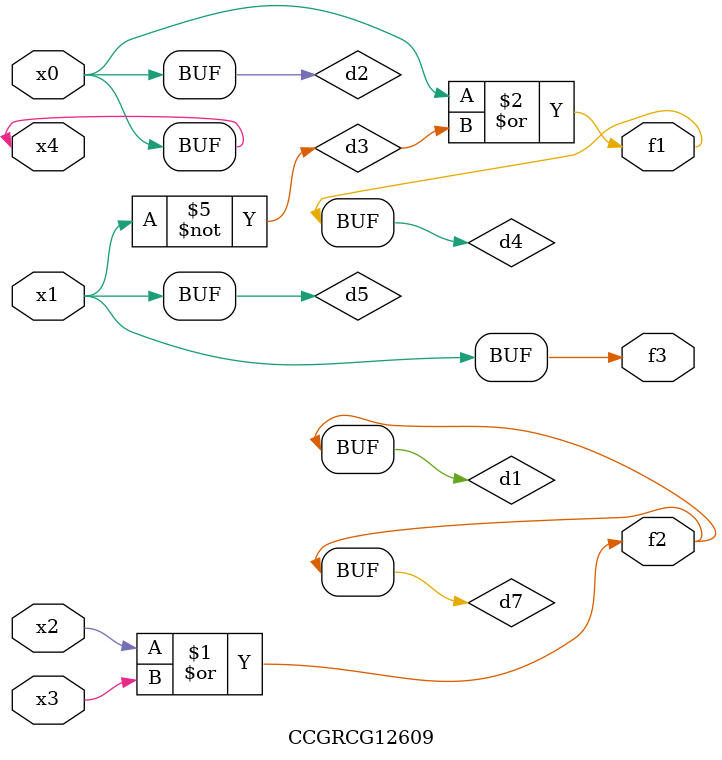
<source format=v>
module CCGRCG12609(
	input x0, x1, x2, x3, x4,
	output f1, f2, f3
);

	wire d1, d2, d3, d4, d5, d6, d7;

	or (d1, x2, x3);
	buf (d2, x0, x4);
	not (d3, x1);
	or (d4, d2, d3);
	not (d5, d3);
	nand (d6, d1, d3);
	or (d7, d1);
	assign f1 = d4;
	assign f2 = d7;
	assign f3 = d5;
endmodule

</source>
